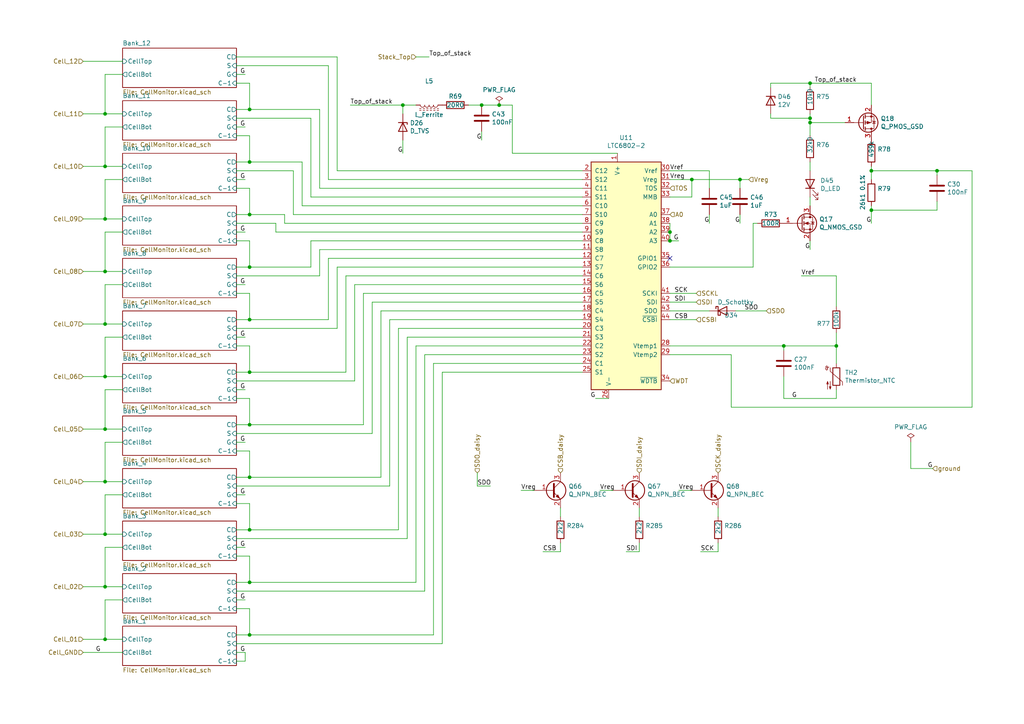
<source format=kicad_sch>
(kicad_sch (version 20211123) (generator eeschema)
  (paper "A4")
  (lib_symbols
    (symbol "Device:C" (pin_numbers hide) (pin_names (offset 0.254))
      (property "Reference" "C" (at 0.635 2.54 0))
      (property "Value" "C" (at 0.635 -2.54 0))
      (symbol "C_0_1"
        (polyline (pts (xy -2.032 -0.762) (xy 2.032 -0.762)) (stroke (width 0.508)))
        (polyline (pts (xy -2.032 0.762) (xy 2.032 0.762)) (stroke (width 0.508)))
      )
      (symbol "C_1_1"
        (pin passive line (at 0 3.81 270) (length 2.794) (name "~") (number "1"))
        (pin passive line (at 0 -3.81 90) (length 2.794) (name "~") (number "2"))
      )
    )
    (symbol "Device:D_Schottky" (pin_numbers hide) (pin_names (offset 1.016) hide)
      (property "Reference" "D" (at 0 2.54 0))
      (property "Value" "D_Schottky" (at 0 -2.54 0))
      (symbol "D_Schottky_0_1"
        (polyline (pts (xy 1.27 0) (xy -1.27 0)))
        (polyline (pts (xy 1.27 1.27) (xy 1.27 -1.27) (xy -1.27 0) (xy 1.27 1.27)) (stroke (width 0.254)))
        (polyline (pts (xy -1.905 0.635) (xy -1.905 1.27) (xy -1.27 1.27) (xy -1.27 -1.27) (xy -0.635 -1.27) (xy -0.635 -0.635)) (stroke (width 0.254)))
      )
      (symbol "D_Schottky_1_1"
        (pin passive line (at -3.81 0 0) (length 2.54) (name "K") (number "1"))
        (pin passive line (at 3.81 0 180) (length 2.54) (name "A") (number "2"))
      )
    )
    (symbol "Device:D_Zener" (pin_numbers hide) (pin_names (offset 1.016) hide)
      (property "Reference" "D" (at 0 2.54 0))
      (property "Value" "D_Zener" (at 0 -2.54 0))
      (symbol "D_Zener_0_1"
        (polyline (pts (xy 1.27 0) (xy -1.27 0)))
        (polyline (pts (xy -1.27 -1.27) (xy -1.27 1.27) (xy -0.762 1.27)) (stroke (width 0.254)))
        (polyline (pts (xy 1.27 -1.27) (xy 1.27 1.27) (xy -1.27 0) (xy 1.27 -1.27)) (stroke (width 0.254)))
      )
      (symbol "D_Zener_1_1"
        (pin passive line (at -3.81 0 0) (length 2.54) (name "K") (number "1"))
        (pin passive line (at 3.81 0 180) (length 2.54) (name "A") (number "2"))
      )
    )
    (symbol "Device:LED" (pin_numbers hide) (pin_names (offset 1.016) hide)
      (property "Reference" "D" (at 0 2.54 0))
      (property "Value" "LED" (at 0 -2.54 0))
      (symbol "LED_0_1"
        (polyline (pts (xy -1.27 -1.27) (xy -1.27 1.27)) (stroke (width 0.254)))
        (polyline (pts (xy -1.27 0) (xy 1.27 0)))
        (polyline (pts (xy 1.27 -1.27) (xy 1.27 1.27) (xy -1.27 0) (xy 1.27 -1.27)) (stroke (width 0.254)))
        (polyline (pts (xy -3.048 -0.762) (xy -4.572 -2.286) (xy -3.81 -2.286) (xy -4.572 -2.286) (xy -4.572 -1.524)))
        (polyline (pts (xy -1.778 -0.762) (xy -3.302 -2.286) (xy -2.54 -2.286) (xy -3.302 -2.286) (xy -3.302 -1.524)))
      )
      (symbol "LED_1_1"
        (pin passive line (at -3.81 0 0) (length 2.54) (name "K") (number "1"))
        (pin passive line (at 3.81 0 180) (length 2.54) (name "A") (number "2"))
      )
    )
    (symbol "Device:L_Ferrite" (pin_numbers hide) (pin_names (offset 1.016) hide)
      (property "Reference" "L" (at -1.27 0 90))
      (property "Value" "L_Ferrite" (at 2.794 0 90))
      (symbol "L_Ferrite_0_1"
        (arc (start 0 -2.54) (mid 0.635 -1.905) (end 0 -1.27))
        (arc (start 0 -1.27) (mid 0.635 -0.635) (end 0 0))
        (polyline (pts (xy 1.016 -2.794) (xy 1.016 -2.286)))
        (polyline (pts (xy 1.016 -1.778) (xy 1.016 -1.27)))
        (polyline (pts (xy 1.016 -0.762) (xy 1.016 -0.254)))
        (polyline (pts (xy 1.016 0.254) (xy 1.016 0.762)))
        (polyline (pts (xy 1.016 1.27) (xy 1.016 1.778)))
        (polyline (pts (xy 1.016 2.286) (xy 1.016 2.794)))
        (polyline (pts (xy 1.524 -2.286) (xy 1.524 -2.794)))
        (polyline (pts (xy 1.524 -1.27) (xy 1.524 -1.778)))
        (polyline (pts (xy 1.524 -0.254) (xy 1.524 -0.762)))
        (polyline (pts (xy 1.524 0.762) (xy 1.524 0.254)))
        (polyline (pts (xy 1.524 1.778) (xy 1.524 1.27)))
        (polyline (pts (xy 1.524 2.794) (xy 1.524 2.286)))
        (arc (start 0 0) (mid 0.635 0.635) (end 0 1.27))
        (arc (start 0 1.27) (mid 0.635 1.905) (end 0 2.54))
      )
      (symbol "L_Ferrite_1_1"
        (pin passive line (at 0 3.81 270) (length 1.27) (name "1") (number "1"))
        (pin passive line (at 0 -3.81 90) (length 1.27) (name "2") (number "2"))
      )
    )
    (symbol "Device:Q_NMOS_GSD" (pin_names (offset 0) hide)
      (property "Reference" "Q" (at 5.08 1.27 0))
      (property "Value" "Q_NMOS_GSD" (at 5.08 -1.27 0))
      (symbol "Q_NMOS_GSD_0_1"
        (polyline (pts (xy 0.254 0) (xy -2.54 0)))
        (polyline (pts (xy 0.254 1.905) (xy 0.254 -1.905)) (stroke (width 0.254)))
        (polyline (pts (xy 0.762 -1.27) (xy 0.762 -2.286)) (stroke (width 0.254)))
        (polyline (pts (xy 0.762 0.508) (xy 0.762 -0.508)) (stroke (width 0.254)))
        (polyline (pts (xy 0.762 2.286) (xy 0.762 1.27)) (stroke (width 0.254)))
        (polyline (pts (xy 2.54 2.54) (xy 2.54 1.778)))
        (polyline (pts (xy 2.54 -2.54) (xy 2.54 0) (xy 0.762 0)))
        (polyline (pts (xy 0.762 -1.778) (xy 3.302 -1.778) (xy 3.302 1.778) (xy 0.762 1.778)))
        (polyline (pts (xy 1.016 0) (xy 2.032 0.381) (xy 2.032 -0.381) (xy 1.016 0)) (fill (type outline)))
        (polyline (pts (xy 2.794 0.508) (xy 2.921 0.381) (xy 3.683 0.381) (xy 3.81 0.254)))
        (polyline (pts (xy 3.302 0.381) (xy 2.921 -0.254) (xy 3.683 -0.254) (xy 3.302 0.381)))
        (circle (center 1.651 0) (radius 2.794) (stroke (width 0.254)))
        (circle (center 2.54 -1.778) (radius 0.254) (fill (type outline)))
        (circle (center 2.54 1.778) (radius 0.254) (fill (type outline)))
      )
      (symbol "Q_NMOS_GSD_1_1"
        (pin input line (at -5.08 0 0) (length 2.54) (name "G") (number "1"))
        (pin passive line (at 2.54 -5.08 90) (length 2.54) (name "S") (number "2"))
        (pin passive line (at 2.54 5.08 270) (length 2.54) (name "D") (number "3"))
      )
    )
    (symbol "Device:Q_NPN_BEC" (pin_names (offset 0) hide)
      (property "Reference" "Q" (at 5.08 1.27 0))
      (property "Value" "Q_NPN_BEC" (at 5.08 -1.27 0))
      (symbol "Q_NPN_BEC_0_1"
        (polyline (pts (xy 0.635 0.635) (xy 2.54 2.54)))
        (polyline (pts (xy 0.635 -0.635) (xy 2.54 -2.54) (xy 2.54 -2.54)))
        (polyline (pts (xy 0.635 1.905) (xy 0.635 -1.905) (xy 0.635 -1.905)) (stroke (width 0.508)))
        (polyline (pts (xy 1.27 -1.778) (xy 1.778 -1.27) (xy 2.286 -2.286) (xy 1.27 -1.778) (xy 1.27 -1.778)) (fill (type outline)))
        (circle (center 1.27 0) (radius 2.8194) (stroke (width 0.254)))
      )
      (symbol "Q_NPN_BEC_1_1"
        (pin input line (at -5.08 0 0) (length 5.715) (name "B") (number "1"))
        (pin passive line (at 2.54 -5.08 90) (length 2.54) (name "E") (number "2"))
        (pin passive line (at 2.54 5.08 270) (length 2.54) (name "C") (number "3"))
      )
    )
    (symbol "Device:Q_PMOS_GSD" (pin_names (offset 0) hide)
      (property "Reference" "Q" (at 5.08 1.27 0))
      (property "Value" "Q_PMOS_GSD" (at 5.08 -1.27 0))
      (symbol "Q_PMOS_GSD_0_1"
        (polyline (pts (xy 0.254 0) (xy -2.54 0)))
        (polyline (pts (xy 0.254 1.905) (xy 0.254 -1.905)) (stroke (width 0.254)))
        (polyline (pts (xy 0.762 -1.27) (xy 0.762 -2.286)) (stroke (width 0.254)))
        (polyline (pts (xy 0.762 0.508) (xy 0.762 -0.508)) (stroke (width 0.254)))
        (polyline (pts (xy 0.762 2.286) (xy 0.762 1.27)) (stroke (width 0.254)))
        (polyline (pts (xy 2.54 2.54) (xy 2.54 1.778)))
        (polyline (pts (xy 2.54 -2.54) (xy 2.54 0) (xy 0.762 0)))
        (polyline (pts (xy 0.762 1.778) (xy 3.302 1.778) (xy 3.302 -1.778) (xy 0.762 -1.778)))
        (polyline (pts (xy 2.286 0) (xy 1.27 0.381) (xy 1.27 -0.381) (xy 2.286 0)) (fill (type outline)))
        (polyline (pts (xy 2.794 -0.508) (xy 2.921 -0.381) (xy 3.683 -0.381) (xy 3.81 -0.254)))
        (polyline (pts (xy 3.302 -0.381) (xy 2.921 0.254) (xy 3.683 0.254) (xy 3.302 -0.381)))
        (circle (center 1.651 0) (radius 2.794) (stroke (width 0.254)))
        (circle (center 2.54 -1.778) (radius 0.254) (fill (type outline)))
        (circle (center 2.54 1.778) (radius 0.254) (fill (type outline)))
      )
      (symbol "Q_PMOS_GSD_1_1"
        (pin input line (at -5.08 0 0) (length 2.54) (name "G") (number "1"))
        (pin passive line (at 2.54 -5.08 90) (length 2.54) (name "S") (number "2"))
        (pin passive line (at 2.54 5.08 270) (length 2.54) (name "D") (number "3"))
      )
    )
    (symbol "Device:R" (pin_numbers hide) (pin_names (offset 0))
      (property "Reference" "R" (at 2.032 0 90))
      (property "Value" "R" (at 0 0 90))
      (symbol "R_0_1"
        (rectangle (start -1.016 -2.54) (end 1.016 2.54) (stroke (width 0.254)))
      )
      (symbol "R_1_1"
        (pin passive line (at 0 3.81 270) (length 1.27) (name "~") (number "1"))
        (pin passive line (at 0 -3.81 90) (length 1.27) (name "~") (number "2"))
      )
    )
    (symbol "Device:Thermistor_NTC" (pin_numbers hide) (pin_names (offset 0))
      (property "Reference" "TH" (at -4.445 0 90))
      (property "Value" "Thermistor_NTC" (at 3.175 0 90))
      (symbol "Thermistor_NTC_0_1"
        (arc (start -3.048 2.159) (mid -3.0495 2.3143) (end -3.175 2.413))
        (arc (start -3.048 2.159) (mid -2.9736 1.9794) (end -2.794 1.905))
        (arc (start -3.048 2.794) (mid -2.9736 2.6144) (end -2.794 2.54))
        (arc (start -2.794 1.905) (mid -2.6144 1.9794) (end -2.54 2.159))
        (arc (start -2.794 2.54) (mid -2.4393 2.5587) (end -2.159 2.794))
        (arc (start -2.794 3.048) (mid -2.9736 2.9736) (end -3.048 2.794))
        (arc (start -2.54 2.794) (mid -2.6144 2.9736) (end -2.794 3.048))
        (rectangle (start -1.016 2.54) (end 1.016 -2.54) (stroke (width 0.254)))
        (polyline (pts (xy -2.54 2.159) (xy -2.54 2.794)))
        (polyline (pts (xy -1.778 2.54) (xy -1.778 1.524) (xy 1.778 -1.524) (xy 1.778 -2.54)))
        (polyline (pts (xy -2.54 -3.683) (xy -2.54 -1.397) (xy -2.794 -2.159) (xy -2.286 -2.159) (xy -2.54 -1.397) (xy -2.54 -1.651)) (fill (type outline)))
        (polyline (pts (xy -1.778 -1.397) (xy -1.778 -3.683) (xy -2.032 -2.921) (xy -1.524 -2.921) (xy -1.778 -3.683) (xy -1.778 -3.429)) (fill (type outline)))
      )
      (symbol "Thermistor_NTC_1_1"
        (pin passive line (at 0 3.81 270) (length 1.27) (name "~") (number "1"))
        (pin passive line (at 0 -3.81 90) (length 1.27) (name "~") (number "2"))
      )
    )
    (symbol "ICs:LTC6802-2" (pin_names (offset 1.016))
      (property "Reference" "U" (at -10.16 30.48 0))
      (property "Value" "LTC6802-2" (at -6.35 -38.1 0))
      (symbol "LTC6802-2_1_1"
        (rectangle (start 8.89 -36.83) (end -11.43 29.21) (stroke (width 0.254)) (fill (type background)))
        (pin input line (at 1.27 31.75 270) (length 2.54) (name "V+") (number "1"))
        (pin input line (at 11.43 6.35 180) (length 2.54) (name "C8") (number "10"))
        (pin input line (at 11.43 3.81 180) (length 2.54) (name "S8") (number "11"))
        (pin input line (at 11.43 1.27 180) (length 2.54) (name "C7") (number "12"))
        (pin input line (at 11.43 -1.27 180) (length 2.54) (name "S7") (number "13"))
        (pin input line (at 11.43 -3.81 180) (length 2.54) (name "C6") (number "14"))
        (pin input line (at 11.43 -6.35 180) (length 2.54) (name "S6") (number "15"))
        (pin input line (at 11.43 -8.89 180) (length 2.54) (name "C5") (number "16"))
        (pin input line (at 11.43 -11.43 180) (length 2.54) (name "S5") (number "17"))
        (pin input line (at 11.43 -13.97 180) (length 2.54) (name "C4") (number "18"))
        (pin input line (at 11.43 -16.51 180) (length 2.54) (name "S4") (number "19"))
        (pin input line (at 11.43 26.67 180) (length 2.54) (name "C12") (number "2"))
        (pin input line (at 11.43 -19.05 180) (length 2.54) (name "C3") (number "20"))
        (pin input line (at 11.43 -21.59 180) (length 2.54) (name "S3") (number "21"))
        (pin input line (at 11.43 -24.13 180) (length 2.54) (name "C2") (number "22"))
        (pin input line (at 11.43 -26.67 180) (length 2.54) (name "S2") (number "23"))
        (pin input line (at 11.43 -29.21 180) (length 2.54) (name "C1") (number "24"))
        (pin input line (at 11.43 -31.75 180) (length 2.54) (name "S1") (number "25"))
        (pin input line (at 3.81 -39.37 90) (length 2.54) (name "V-") (number "26"))
        (pin no_connect line (at -1.27 31.75 270) (length 2.54) hide (name "NC") (number "27"))
        (pin input line (at -13.97 -24.13 0) (length 2.54) (name "Vtemp1") (number "28"))
        (pin input line (at -13.97 -26.67 0) (length 2.54) (name "Vtemp2") (number "29"))
        (pin input line (at 11.43 24.13 180) (length 2.54) (name "S12") (number "3"))
        (pin input line (at -13.97 26.67 0) (length 2.54) (name "Vref") (number "30"))
        (pin input line (at -13.97 24.13 0) (length 2.54) (name "Vreg") (number "31"))
        (pin input line (at -13.97 21.59 0) (length 2.54) (name "TOS") (number "32"))
        (pin input line (at -13.97 19.05 0) (length 2.54) (name "MMB") (number "33"))
        (pin open_collector line (at -13.97 -34.29 0) (length 2.54) (name "~{WDTB}") (number "34"))
        (pin input line (at -13.97 1.27 0) (length 2.54) (name "GPIO1") (number "35"))
        (pin input line (at -13.97 -1.27 0) (length 2.54) (name "GPIO2") (number "36"))
        (pin input line (at -13.97 13.97 0) (length 2.54) (name "A0") (number "37"))
        (pin input line (at -13.97 11.43 0) (length 2.54) (name "A1") (number "38"))
        (pin input line (at -13.97 8.89 0) (length 2.54) (name "A2") (number "39"))
        (pin input line (at 11.43 21.59 180) (length 2.54) (name "C11") (number "4"))
        (pin input line (at -13.97 6.35 0) (length 2.54) (name "A3") (number "40"))
        (pin input line (at -13.97 -8.89 0) (length 2.54) (name "SCKI") (number "41"))
        (pin input line (at -13.97 -11.43 0) (length 2.54) (name "SDI") (number "42"))
        (pin open_collector line (at -13.97 -13.97 0) (length 2.54) (name "SDO") (number "43"))
        (pin input line (at -13.97 -16.51 0) (length 2.54) (name "~{CSBI}") (number "44"))
        (pin input line (at 11.43 19.05 180) (length 2.54) (name "S11") (number "5"))
        (pin input line (at 11.43 16.51 180) (length 2.54) (name "C10") (number "6"))
        (pin input line (at 11.43 13.97 180) (length 2.54) (name "S10") (number "7"))
        (pin input line (at 11.43 11.43 180) (length 2.54) (name "C9") (number "8"))
        (pin input line (at 11.43 8.89 180) (length 2.54) (name "S9") (number "9"))
      )
    )
    (symbol "power:PWR_FLAG" (power) (pin_numbers hide) (pin_names (offset 0) hide)
      (property "Value" "PWR_FLAG" (at 0 3.81 0))
      (symbol "PWR_FLAG_0_0"
        (pin power_out line (at 0 0 90) (length 0) (name "pwr") (number "1"))
      )
      (symbol "PWR_FLAG_0_1"
        (polyline (pts (xy 0 0) (xy 0 1.27) (xy -1.016 1.905) (xy 0 2.54) (xy 1.016 1.905) (xy 0 1.27)))
      )
    )
  )
  (junction (at 30.48 78.74))
  (junction (at 194.31 67.31))
  (junction (at 72.39 31.75))
  (junction (at 242.57 100.33))
  (junction (at 234.95 24.13))
  (junction (at 139.7 30.48))
  (junction (at 72.39 92.71))
  (junction (at 30.48 154.94))
  (junction (at 30.48 93.98))
  (junction (at 72.39 153.67))
  (junction (at 30.48 124.46))
  (junction (at 30.48 185.42))
  (junction (at 30.48 109.22))
  (junction (at 227.33 100.33))
  (junction (at 72.39 107.95))
  (junction (at 214.63 52.07))
  (junction (at 234.95 34.29))
  (junction (at 200.66 52.07))
  (junction (at 144.78 30.48))
  (junction (at 72.39 184.15))
  (junction (at 30.48 170.18))
  (junction (at 72.39 62.23))
  (junction (at 72.39 46.99))
  (junction (at 30.48 33.02))
  (junction (at 72.39 138.43))
  (junction (at 30.48 139.7))
  (junction (at 234.95 35.56))
  (junction (at 252.73 60.96))
  (junction (at 72.39 168.91))
  (junction (at 194.31 69.85))
  (junction (at 271.78 49.53))
  (junction (at 252.73 49.53))
  (junction (at 30.48 48.26))
  (junction (at 116.84 30.48))
  (junction (at 72.39 77.47))
  (junction (at 30.48 63.5))
  (junction (at 72.39 123.19))
  (no_connect (at 194.31 74.93))
  (wire (pts (xy 115.57 95.25) (xy 168.91 95.25)))
  (wire (pts (xy 227.33 100.33) (xy 242.57 100.33)))
  (wire (pts (xy 71.12 158.75) (xy 68.58 158.75)))
  (wire (pts (xy 71.12 113.03) (xy 68.58 113.03)))
  (wire (pts (xy 168.91 85.09) (xy 105.41 85.09)))
  (wire (pts (xy 72.39 62.23) (xy 68.58 62.23)))
  (wire (pts (xy 24.13 109.22) (xy 30.48 109.22)))
  (wire (pts (xy 85.09 49.53) (xy 85.09 62.23)))
  (wire (pts (xy 71.12 143.51) (xy 68.58 143.51)))
  (wire (pts (xy 200.66 57.15) (xy 200.66 52.07)))
  (wire (pts (xy 176.53 115.57) (xy 172.72 115.57)))
  (wire (pts (xy 24.13 33.02) (xy 30.48 33.02)))
  (wire (pts (xy 201.93 92.71) (xy 194.31 92.71)))
  (wire (pts (xy 71.12 36.83) (xy 68.58 36.83)))
  (wire (pts (xy 200.66 52.07) (xy 214.63 52.07)))
  (wire (pts (xy 179.07 44.45) (xy 148.59 44.45)))
  (wire (pts (xy 194.31 67.31) (xy 194.31 69.85)))
  (wire (pts (xy 30.48 78.74) (xy 30.48 67.31)))
  (wire (pts (xy 72.39 153.67) (xy 115.57 153.67)))
  (wire (pts (xy 213.36 90.17) (xy 222.25 90.17)))
  (wire (pts (xy 177.8 142.24) (xy 173.99 142.24)))
  (wire (pts (xy 123.19 171.45) (xy 68.58 171.45)))
  (wire (pts (xy 30.48 21.59) (xy 35.56 21.59)))
  (wire (pts (xy 68.58 115.57) (xy 72.39 115.57)))
  (wire (pts (xy 97.79 16.51) (xy 68.58 16.51)))
  (wire (pts (xy 95.25 92.71) (xy 72.39 92.71)))
  (wire (pts (xy 107.95 87.63) (xy 168.91 87.63)))
  (wire (pts (xy 80.01 67.31) (xy 168.91 67.31)))
  (wire (pts (xy 92.71 80.01) (xy 92.71 72.39)))
  (wire (pts (xy 271.78 49.53) (xy 271.78 50.8)))
  (wire (pts (xy 194.31 77.47) (xy 218.44 77.47)))
  (wire (pts (xy 168.91 97.79) (xy 118.11 97.79)))
  (wire (pts (xy 105.41 85.09) (xy 105.41 123.19)))
  (wire (pts (xy 234.95 57.15) (xy 234.95 59.69)))
  (wire (pts (xy 194.31 100.33) (xy 227.33 100.33)))
  (wire (pts (xy 30.48 143.51) (xy 30.48 154.94)))
  (wire (pts (xy 30.48 128.27) (xy 35.56 128.27)))
  (wire (pts (xy 87.63 59.69) (xy 87.63 46.99)))
  (wire (pts (xy 201.93 85.09) (xy 194.31 85.09)))
  (wire (pts (xy 72.39 130.81) (xy 72.39 138.43)))
  (wire (pts (xy 118.11 156.21) (xy 68.58 156.21)))
  (wire (pts (xy 227.33 100.33) (xy 227.33 101.6)))
  (wire (pts (xy 24.13 170.18) (xy 30.48 170.18)))
  (wire (pts (xy 168.91 52.07) (xy 95.25 52.07)))
  (wire (pts (xy 101.6 30.48) (xy 116.84 30.48)))
  (wire (pts (xy 68.58 69.85) (xy 72.39 69.85)))
  (wire (pts (xy 102.87 82.55) (xy 168.91 82.55)))
  (wire (pts (xy 68.58 110.49) (xy 102.87 110.49)))
  (wire (pts (xy 24.13 17.78) (xy 35.56 17.78)))
  (wire (pts (xy 214.63 54.61) (xy 214.63 52.07)))
  (wire (pts (xy 168.91 105.41) (xy 125.73 105.41)))
  (wire (pts (xy 24.13 139.7) (xy 30.48 139.7)))
  (wire (pts (xy 68.58 176.53) (xy 72.39 176.53)))
  (wire (pts (xy 223.52 34.29) (xy 234.95 34.29)))
  (wire (pts (xy 205.74 62.23) (xy 205.74 64.77)))
  (wire (pts (xy 97.79 49.53) (xy 97.79 16.51)))
  (wire (pts (xy 24.13 185.42) (xy 30.48 185.42)))
  (wire (pts (xy 95.25 74.93) (xy 95.25 92.71)))
  (wire (pts (xy 92.71 54.61) (xy 92.71 31.75)))
  (wire (pts (xy 205.74 90.17) (xy 194.31 90.17)))
  (wire (pts (xy 30.48 93.98) (xy 35.56 93.98)))
  (wire (pts (xy 168.91 54.61) (xy 92.71 54.61)))
  (wire (pts (xy 68.58 186.69) (xy 128.27 186.69)))
  (wire (pts (xy 162.56 149.86) (xy 162.56 147.32)))
  (wire (pts (xy 242.57 88.9) (xy 242.57 80.01)))
  (wire (pts (xy 68.58 168.91) (xy 72.39 168.91)))
  (wire (pts (xy 30.48 124.46) (xy 35.56 124.46)))
  (wire (pts (xy 85.09 62.23) (xy 168.91 62.23)))
  (wire (pts (xy 168.91 59.69) (xy 87.63 59.69)))
  (wire (pts (xy 124.46 16.51) (xy 120.65 16.51)))
  (wire (pts (xy 252.73 49.53) (xy 271.78 49.53)))
  (wire (pts (xy 68.58 153.67) (xy 72.39 153.67)))
  (wire (pts (xy 234.95 34.29) (xy 234.95 35.56)))
  (wire (pts (xy 71.12 52.07) (xy 68.58 52.07)))
  (wire (pts (xy 68.58 130.81) (xy 72.39 130.81)))
  (wire (pts (xy 118.11 97.79) (xy 118.11 156.21)))
  (wire (pts (xy 68.58 24.13) (xy 72.39 24.13)))
  (wire (pts (xy 30.48 185.42) (xy 35.56 185.42)))
  (wire (pts (xy 205.74 54.61) (xy 205.74 49.53)))
  (wire (pts (xy 24.13 48.26) (xy 30.48 48.26)))
  (wire (pts (xy 30.48 109.22) (xy 35.56 109.22)))
  (wire (pts (xy 201.93 87.63) (xy 194.31 87.63)))
  (wire (pts (xy 30.48 154.94) (xy 35.56 154.94)))
  (wire (pts (xy 271.78 58.42) (xy 271.78 60.96)))
  (wire (pts (xy 30.48 33.02) (xy 35.56 33.02)))
  (wire (pts (xy 227.33 109.22) (xy 227.33 115.57)))
  (wire (pts (xy 90.17 57.15) (xy 90.17 34.29)))
  (wire (pts (xy 168.91 64.77) (xy 82.55 64.77)))
  (wire (pts (xy 92.71 72.39) (xy 168.91 72.39)))
  (wire (pts (xy 214.63 62.23) (xy 214.63 64.77)))
  (wire (pts (xy 30.48 63.5) (xy 30.48 52.07)))
  (wire (pts (xy 242.57 105.41) (xy 242.57 100.33)))
  (wire (pts (xy 72.39 77.47) (xy 68.58 77.47)))
  (wire (pts (xy 212.09 118.11) (xy 212.09 102.87)))
  (wire (pts (xy 135.89 30.48) (xy 139.7 30.48)))
  (wire (pts (xy 72.39 123.19) (xy 68.58 123.19)))
  (wire (pts (xy 223.52 33.02) (xy 223.52 34.29)))
  (wire (pts (xy 30.48 67.31) (xy 35.56 67.31)))
  (wire (pts (xy 194.31 64.77) (xy 194.31 67.31)))
  (wire (pts (xy 264.16 128.27) (xy 264.16 135.89)))
  (wire (pts (xy 71.12 21.59) (xy 68.58 21.59)))
  (wire (pts (xy 168.91 69.85) (xy 90.17 69.85)))
  (wire (pts (xy 68.58 49.53) (xy 85.09 49.53)))
  (wire (pts (xy 128.27 186.69) (xy 128.27 107.95)))
  (wire (pts (xy 30.48 158.75) (xy 30.48 170.18)))
  (wire (pts (xy 200.66 142.24) (xy 196.85 142.24)))
  (wire (pts (xy 72.39 46.99) (xy 68.58 46.99)))
  (wire (pts (xy 107.95 125.73) (xy 107.95 87.63)))
  (wire (pts (xy 72.39 54.61) (xy 72.39 62.23)))
  (wire (pts (xy 72.39 100.33) (xy 72.39 107.95)))
  (wire (pts (xy 72.39 115.57) (xy 72.39 123.19)))
  (wire (pts (xy 24.13 124.46) (xy 30.48 124.46)))
  (wire (pts (xy 110.49 90.17) (xy 168.91 90.17)))
  (wire (pts (xy 125.73 105.41) (xy 125.73 184.15)))
  (wire (pts (xy 97.79 77.47) (xy 168.91 77.47)))
  (wire (pts (xy 234.95 69.85) (xy 234.95 72.39)))
  (wire (pts (xy 168.91 74.93) (xy 95.25 74.93)))
  (wire (pts (xy 185.42 160.02) (xy 181.61 160.02)))
  (wire (pts (xy 125.73 184.15) (xy 72.39 184.15)))
  (wire (pts (xy 68.58 100.33) (xy 72.39 100.33)))
  (wire (pts (xy 218.44 64.77) (xy 219.71 64.77)))
  (wire (pts (xy 128.27 107.95) (xy 168.91 107.95)))
  (wire (pts (xy 113.03 92.71) (xy 113.03 140.97)))
  (wire (pts (xy 68.58 54.61) (xy 72.39 54.61)))
  (wire (pts (xy 30.48 93.98) (xy 30.48 82.55)))
  (wire (pts (xy 30.48 139.7) (xy 30.48 128.27)))
  (wire (pts (xy 30.48 113.03) (xy 35.56 113.03)))
  (wire (pts (xy 68.58 146.05) (xy 72.39 146.05)))
  (wire (pts (xy 24.13 189.23) (xy 35.56 189.23)))
  (wire (pts (xy 24.13 63.5) (xy 30.48 63.5)))
  (wire (pts (xy 154.94 142.24) (xy 151.13 142.24)))
  (wire (pts (xy 138.43 137.16) (xy 138.43 140.97)))
  (wire (pts (xy 242.57 96.52) (xy 242.57 100.33)))
  (wire (pts (xy 30.48 173.99) (xy 30.48 185.42)))
  (wire (pts (xy 71.12 189.23) (xy 68.58 189.23)))
  (wire (pts (xy 100.33 80.01) (xy 100.33 107.95)))
  (wire (pts (xy 82.55 64.77) (xy 82.55 62.23)))
  (wire (pts (xy 24.13 93.98) (xy 30.48 93.98)))
  (wire (pts (xy 72.39 39.37) (xy 72.39 46.99)))
  (wire (pts (xy 80.01 64.77) (xy 80.01 67.31)))
  (wire (pts (xy 200.66 52.07) (xy 194.31 52.07)))
  (wire (pts (xy 30.48 48.26) (xy 35.56 48.26)))
  (wire (pts (xy 116.84 30.48) (xy 120.65 30.48)))
  (wire (pts (xy 227.33 115.57) (xy 242.57 115.57)))
  (wire (pts (xy 205.74 49.53) (xy 194.31 49.53)))
  (wire (pts (xy 217.17 52.07) (xy 214.63 52.07)))
  (wire (pts (xy 72.39 107.95) (xy 68.58 107.95)))
  (wire (pts (xy 196.85 69.85) (xy 194.31 69.85)))
  (wire (pts (xy 252.73 52.07) (xy 252.73 49.53)))
  (wire (pts (xy 82.55 62.23) (xy 72.39 62.23)))
  (wire (pts (xy 116.84 40.64) (xy 116.84 44.45)))
  (wire (pts (xy 234.95 33.02) (xy 234.95 34.29)))
  (wire (pts (xy 218.44 77.47) (xy 218.44 64.77)))
  (wire (pts (xy 30.48 33.02) (xy 30.48 21.59)))
  (wire (pts (xy 68.58 161.29) (xy 72.39 161.29)))
  (wire (pts (xy 168.91 102.87) (xy 123.19 102.87)))
  (wire (pts (xy 168.91 80.01) (xy 100.33 80.01)))
  (wire (pts (xy 245.11 35.56) (xy 234.95 35.56)))
  (wire (pts (xy 281.94 49.53) (xy 281.94 118.11)))
  (wire (pts (xy 30.48 52.07) (xy 35.56 52.07)))
  (wire (pts (xy 72.39 184.15) (xy 68.58 184.15)))
  (wire (pts (xy 223.52 24.13) (xy 223.52 25.4)))
  (wire (pts (xy 30.48 124.46) (xy 30.48 113.03)))
  (wire (pts (xy 68.58 80.01) (xy 92.71 80.01)))
  (wire (pts (xy 35.56 173.99) (xy 30.48 173.99)))
  (wire (pts (xy 212.09 102.87) (xy 194.31 102.87)))
  (wire (pts (xy 72.39 69.85) (xy 72.39 77.47)))
  (wire (pts (xy 72.39 176.53) (xy 72.39 184.15)))
  (wire (pts (xy 72.39 31.75) (xy 68.58 31.75)))
  (wire (pts (xy 168.91 57.15) (xy 90.17 57.15)))
  (wire (pts (xy 234.95 24.13) (xy 223.52 24.13)))
  (wire (pts (xy 97.79 95.25) (xy 97.79 77.47)))
  (wire (pts (xy 208.28 160.02) (xy 203.2 160.02)))
  (wire (pts (xy 90.17 69.85) (xy 90.17 77.47)))
  (wire (pts (xy 281.94 118.11) (xy 212.09 118.11)))
  (wire (pts (xy 242.57 115.57) (xy 242.57 113.03)))
  (wire (pts (xy 72.39 146.05) (xy 72.39 153.67)))
  (wire (pts (xy 252.73 24.13) (xy 234.95 24.13)))
  (wire (pts (xy 271.78 49.53) (xy 281.94 49.53)))
  (wire (pts (xy 72.39 161.29) (xy 72.39 168.91)))
  (wire (pts (xy 68.58 39.37) (xy 72.39 39.37)))
  (wire (pts (xy 68.58 85.09) (xy 72.39 85.09)))
  (wire (pts (xy 30.48 170.18) (xy 35.56 170.18)))
  (wire (pts (xy 252.73 49.53) (xy 252.73 48.26)))
  (wire (pts (xy 71.12 191.77) (xy 71.12 189.23)))
  (wire (pts (xy 162.56 157.48) (xy 162.56 160.02)))
  (wire (pts (xy 72.39 138.43) (xy 110.49 138.43)))
  (wire (pts (xy 148.59 44.45) (xy 148.59 30.48)))
  (wire (pts (xy 208.28 147.32) (xy 208.28 149.86)))
  (wire (pts (xy 194.31 57.15) (xy 200.66 57.15)))
  (wire (pts (xy 71.12 128.27) (xy 68.58 128.27)))
  (wire (pts (xy 110.49 138.43) (xy 110.49 90.17)))
  (wire (pts (xy 30.48 82.55) (xy 35.56 82.55)))
  (wire (pts (xy 95.25 19.05) (xy 68.58 19.05)))
  (wire (pts (xy 102.87 110.49) (xy 102.87 82.55)))
  (wire (pts (xy 90.17 77.47) (xy 72.39 77.47)))
  (wire (pts (xy 185.42 147.32) (xy 185.42 149.86)))
  (wire (pts (xy 90.17 34.29) (xy 68.58 34.29)))
  (wire (pts (xy 100.33 107.95) (xy 72.39 107.95)))
  (wire (pts (xy 95.25 52.07) (xy 95.25 19.05)))
  (wire (pts (xy 72.39 92.71) (xy 68.58 92.71)))
  (wire (pts (xy 234.95 24.13) (xy 234.95 25.4)))
  (wire (pts (xy 142.24 140.97) (xy 138.43 140.97)))
  (wire (pts (xy 185.42 157.48) (xy 185.42 160.02)))
  (wire (pts (xy 71.12 82.55) (xy 68.58 82.55)))
  (wire (pts (xy 242.57 80.01) (xy 232.41 80.01)))
  (wire (pts (xy 144.78 30.48) (xy 148.59 30.48)))
  (wire (pts (xy 234.95 35.56) (xy 234.95 39.37)))
  (wire (pts (xy 35.56 158.75) (xy 30.48 158.75)))
  (wire (pts (xy 71.12 67.31) (xy 68.58 67.31)))
  (wire (pts (xy 234.95 46.99) (xy 234.95 49.53)))
  (wire (pts (xy 30.48 63.5) (xy 35.56 63.5)))
  (wire (pts (xy 139.7 38.1) (xy 139.7 40.64)))
  (wire (pts (xy 252.73 60.96) (xy 252.73 64.77)))
  (wire (pts (xy 24.13 154.94) (xy 30.48 154.94)))
  (wire (pts (xy 30.48 78.74) (xy 35.56 78.74)))
  (wire (pts (xy 30.48 48.26) (xy 30.48 36.83)))
  (wire (pts (xy 92.71 31.75) (xy 72.39 31.75)))
  (wire (pts (xy 30.48 97.79) (xy 35.56 97.79)))
  (wire (pts (xy 35.56 143.51) (xy 30.48 143.51)))
  (wire (pts (xy 72.39 168.91) (xy 120.65 168.91)))
  (wire (pts (xy 264.16 135.89) (xy 270.51 135.89)))
  (wire (pts (xy 120.65 100.33) (xy 168.91 100.33)))
  (wire (pts (xy 168.91 92.71) (xy 113.03 92.71)))
  (wire (pts (xy 68.58 191.77) (xy 71.12 191.77)))
  (wire (pts (xy 113.03 140.97) (xy 68.58 140.97)))
  (wire (pts (xy 71.12 173.99) (xy 68.58 173.99)))
  (wire (pts (xy 105.41 123.19) (xy 72.39 123.19)))
  (wire (pts (xy 168.91 49.53) (xy 97.79 49.53)))
  (wire (pts (xy 72.39 85.09) (xy 72.39 92.71)))
  (wire (pts (xy 68.58 95.25) (xy 97.79 95.25)))
  (wire (pts (xy 30.48 139.7) (xy 35.56 139.7)))
  (wire (pts (xy 72.39 24.13) (xy 72.39 31.75)))
  (wire (pts (xy 162.56 160.02) (xy 157.48 160.02)))
  (wire (pts (xy 30.48 36.83) (xy 35.56 36.83)))
  (wire (pts (xy 208.28 157.48) (xy 208.28 160.02)))
  (wire (pts (xy 68.58 64.77) (xy 80.01 64.77)))
  (wire (pts (xy 87.63 46.99) (xy 72.39 46.99)))
  (wire (pts (xy 115.57 153.67) (xy 115.57 95.25)))
  (wire (pts (xy 68.58 138.43) (xy 72.39 138.43)))
  (wire (pts (xy 116.84 33.02) (xy 116.84 30.48)))
  (wire (pts (xy 30.48 109.22) (xy 30.48 97.79)))
  (wire (pts (xy 139.7 30.48) (xy 144.78 30.48)))
  (wire (pts (xy 252.73 59.69) (xy 252.73 60.96)))
  (wire (pts (xy 71.12 97.79) (xy 68.58 97.79)))
  (wire (pts (xy 24.13 78.74) (xy 30.48 78.74)))
  (wire (pts (xy 68.58 125.73) (xy 107.95 125.73)))
  (wire (pts (xy 123.19 102.87) (xy 123.19 171.45)))
  (wire (pts (xy 120.65 168.91) (xy 120.65 100.33)))
  (wire (pts (xy 252.73 30.48) (xy 252.73 24.13)))
  (wire (pts (xy 252.73 60.96) (xy 271.78 60.96)))
  (label "G" (at 234.95 72.39 180))
  (label "SDI" (at 181.61 160.02 0))
  (label "G" (at 71.12 143.51 180))
  (label "G" (at 71.12 128.27 180))
  (label "Vreg" (at 196.85 142.24 0))
  (label "SDO" (at 138.43 140.97 0))
  (label "G" (at 214.63 64.77 180))
  (label "CSB" (at 157.48 160.02 0))
  (label "Vref" (at 194.31 49.53 0))
  (label "G" (at 116.84 44.45 180))
  (label "G" (at 71.12 189.23 180))
  (label "Top_of_stack" (at 101.6 30.48 0))
  (label "Vreg" (at 173.99 142.24 0))
  (label "Vref" (at 232.41 80.01 0))
  (label "Top_of_stack" (at 124.46 16.51 0))
  (label "CSB" (at 195.58 92.71 0))
  (label "Vreg" (at 151.13 142.24 0))
  (label "SDO" (at 215.9 90.17 0))
  (label "G" (at 71.12 173.99 180))
  (label "G" (at 172.72 115.57 180))
  (label "G" (at 270.51 135.89 180))
  (label "Top_of_stack" (at 236.22 24.13 0))
  (label "G" (at 205.74 64.77 180))
  (label "G" (at 71.12 158.75 180))
  (label "SDI" (at 195.58 87.63 0))
  (label "G" (at 71.12 52.07 180))
  (label "G" (at 139.7 40.64 180))
  (label "G" (at 71.12 21.59 180))
  (label "G" (at 231.14 115.57 180))
  (label "G" (at 29.21 189.23 180))
  (label "SCK" (at 203.2 160.02 0))
  (label "SCK" (at 195.58 85.09 0))
  (label "G" (at 71.12 67.31 180))
  (label "G" (at 71.12 82.55 180))
  (label "G" (at 252.73 64.77 180))
  (label "G" (at 196.85 69.85 180))
  (label "G" (at 71.12 113.03 180))
  (label "G" (at 71.12 97.79 180))
  (label "Vreg" (at 194.31 52.07 0))
  (label "G" (at 71.12 36.83 180))
  (hierarchical_label "SDI_daisy" (shape input) (at 185.42 137.16 90))
  (hierarchical_label "SCK_daisy" (shape input) (at 208.28 137.16 90))
  (hierarchical_label "Stack_Top" (shape input) (at 120.65 16.51 180))
  (hierarchical_label "Cell_08" (shape input) (at 24.13 78.74 180))
  (hierarchical_label "CSBI" (shape input) (at 201.93 92.71 0))
  (hierarchical_label "Vreg" (shape input) (at 217.17 52.07 0))
  (hierarchical_label "WDT" (shape input) (at 194.31 110.49 0))
  (hierarchical_label "Cell_06" (shape input) (at 24.13 109.22 180))
  (hierarchical_label "SDO_daisy" (shape input) (at 138.43 137.16 90))
  (hierarchical_label "Cell_12" (shape input) (at 24.13 17.78 180))
  (hierarchical_label "SDI" (shape input) (at 201.93 87.63 0))
  (hierarchical_label "Cell_01" (shape input) (at 24.13 185.42 180))
  (hierarchical_label "Cell_04" (shape input) (at 24.13 139.7 180))
  (hierarchical_label "CSB_daisy" (shape input) (at 162.56 137.16 90))
  (hierarchical_label "Cell_11" (shape input) (at 24.13 33.02 180))
  (hierarchical_label "Cell_09" (shape input) (at 24.13 63.5 180))
  (hierarchical_label "Cell_03" (shape input) (at 24.13 154.94 180))
  (hierarchical_label "Cell_07" (shape input) (at 24.13 93.98 180))
  (hierarchical_label "Cell_10" (shape input) (at 24.13 48.26 180))
  (hierarchical_label "SCKL" (shape input) (at 201.93 85.09 0))
  (hierarchical_label "Cell_GND" (shape input) (at 24.13 189.23 180))
  (hierarchical_label "ground" (shape input) (at 270.51 135.89 0))
  (hierarchical_label "A0" (shape input) (at 194.31 62.23 0))
  (hierarchical_label "Cell_05" (shape input) (at 24.13 124.46 180))
  (hierarchical_label "SDO" (shape input) (at 222.25 90.17 0))
  (hierarchical_label "Cell_02" (shape input) (at 24.13 170.18 180))
  (hierarchical_label "TOS" (shape input) (at 194.31 54.61 0))
  (symbol (lib_id "Device:R") (at 132.08 30.48 270) (unit 1)
    (property "Reference" "R69" (at 132.08 27.94 90))
    (property "Value" "20R0" (at 132.08 30.48 90))
    (property "Footprint" "Resistor_SMD:R_0603_1608Metric" (effects hide))
    (property "Datasheet" "https://www.seielect.com/catalog/sei-rmcf_rmcp.pdf" (effects hide))
    (property "MPN" "RMCF0603FT20R0" (effects hide))
    (property "Part Number" "RMCF0603FT20R0" (effects hide))
    (property "Digikey_PN" "RMCF0603FT20R0CT-ND" (effects hide))
  )
  (symbol (lib_id "Device:C") (at 139.7 34.29 180) (unit 1)
    (property "Reference" "C43" (at 142.621 33.1216 0) (effects (justify right)))
    (property "Value" "100nF" (at 142.621 35.433 0) (effects (justify right)))
    (property "Footprint" "Capacitor_SMD:C_1206_3216Metric" (effects hide))
    (property "Datasheet" "https://product.tdk.com/info/en/documents/chara_sheet/CGA5L3X7R2E104K160AA.pdf" (effects hide))
    (property "Part Number" "CGA5L3X7R2E104K160AA" (effects hide))
    (property "MPN" "CGA5L3X7R2E104K160AA" (effects hide))
    (property "Digikey_PN" "445-5851-1-ND" (effects hide))
  )
  (symbol (lib_id "Device:C") (at 205.74 58.42 0) (unit 1)
    (property "Reference" "C45" (at 208.661 57.2516 0) (effects (justify left)))
    (property "Value" "1uF" (at 208.661 59.563 0) (effects (justify left)))
    (property "Footprint" "Capacitor_SMD:C_0603_1608Metric" (effects hide))
    (property "Datasheet" "https://product.tdk.com/system/files/dam/doc/product/capacitor/ceramic/mlcc/catalog/mlcc_automotive_general_en.pdf" (effects hide))
    (property "Part Number" "CGA3E1X7R1C105K080AC" (effects hide))
    (property "Digikey_PN" "445-12539-1-ND" (effects hide))
  )
  (symbol (lib_id "Device:C") (at 214.63 58.42 0) (unit 1)
    (property "Reference" "C46" (at 217.551 57.2516 0) (effects (justify left)))
    (property "Value" "1uF" (at 217.551 59.563 0) (effects (justify left)))
    (property "Footprint" "Capacitor_SMD:C_0603_1608Metric" (effects hide))
    (property "Datasheet" "https://product.tdk.com/system/files/dam/doc/product/capacitor/ceramic/mlcc/catalog/mlcc_automotive_general_en.pdf" (effects hide))
    (property "Part Number" "CGA3E1X7R1C105K080AC" (effects hide))
    (property "Digikey_PN" "445-12539-1-ND" (effects hide))
  )
  (symbol (lib_id "Device:L_Ferrite") (at 124.46 30.48 270) (unit 1)
    (property "Reference" "L5" (at 124.46 23.5204 90))
    (property "Value" "L_Ferrite" (at 124.46 33.274 90))
    (property "Footprint" "Inductor_SMD:L_0603_1608Metric" (effects hide))
    (property "Datasheet" "https://www.we-online.com/katalog/datasheet/742792609.pdf" (effects hide))
    (property "MPN" "742792609" (effects hide))
    (property "Part Number" "742792609" (effects hide))
    (property "Digikey_PN" "732-1591-1-ND" (effects hide))
  )
  (symbol (lib_id "Device:Q_PMOS_GSD") (at 250.19 35.56 0) (mirror x) (unit 1)
    (property "Reference" "Q18" (at 255.4224 34.3916 0) (effects (justify left)))
    (property "Value" "Q_PMOS_GSD" (at 255.4224 36.703 0) (effects (justify left)))
    (property "Footprint" "Package_TO_SOT_SMD:SOT-23" (effects hide))
    (property "Datasheet" "https://ww1.microchip.com/downloads/en/DeviceDoc/TP5335-P-Channel-Enhancement-Mode-Vertical-DMOS-FET-Data-Sheet-20005704C.pdf" (effects hide))
    (property "Part Number" "TP5335K1-G" (effects hide))
    (property "MPN" "TP5335K1-G" (effects hide))
    (property "Digikey_PN" "TP5335K1-GCT-ND" (effects hide))
  )
  (symbol (lib_id "Device:R") (at 252.73 44.45 0) (unit 1)
    (property "Reference" "R78" (at 254.508 43.2816 0) (effects (justify left)))
    (property "Value" "499k" (at 252.73 45.72 90) (effects (justify left)))
    (property "Footprint" "Resistor_SMD:R_0603_1608Metric" (effects hide))
    (property "Datasheet" "https://www.seielect.com/catalog/sei-rmcf_rmcp.pdf" (effects hide))
    (property "Digikey_PN" "RMCF0603FT499KCT-ND" (effects hide))
    (property "MPN" "RMCF0603FT499K" (effects hide))
    (property "Part Number" "RMCF0603FT499K" (effects hide))
  )
  (symbol (lib_id "Device:R") (at 252.73 55.88 0) (unit 1)
    (property "Reference" "R79" (at 254.508 54.7116 0) (effects (justify left)))
    (property "Value" "26k1 0.1%" (at 250.19 60.96 90) (effects (justify left)))
    (property "Footprint" "Resistor_SMD:R_0603_1608Metric" (effects hide))
    (property "Datasheet" "https://media.digikey.com/pdf/Data%20Sheets/Tyco%20Electronics%20P%20B%20PDFs/RQ73-0618%20v2.pdf" (effects hide))
    (property "Part Number" "RQ73C1J26K1BTD" (effects hide))
    (property "Digikey_PN" "A140602CT-ND" (effects hide))
  )
  (symbol (lib_id "Device:Q_NMOS_GSD") (at 232.41 64.77 0) (unit 1)
    (property "Reference" "Q17" (at 237.617 63.6016 0) (effects (justify left)))
    (property "Value" "Q_NMOS_GSD" (at 237.617 65.913 0) (effects (justify left)))
    (property "Footprint" "Package_TO_SOT_SMD:SOT-23" (effects hide))
    (property "Datasheet" "https://ww1.microchip.com/downloads/en/DeviceDoc/TN5335-N-Channel-Enhancement-Mode-Vertical-DMOS-FET-Data-Sheet-20005955A.pdf" (effects hide))
    (property "Part Number" "TN5335K1-G" (effects hide))
    (property "MPN" "TN5335K1-G" (effects hide))
    (property "Digikey_PN" "TN5335K1-GCT-ND" (effects hide))
  )
  (symbol (lib_id "Device:R") (at 234.95 29.21 0) (unit 1)
    (property "Reference" "R75" (at 236.728 28.0416 0) (effects (justify left)))
    (property "Value" "10k0" (at 234.95 30.48 90) (effects (justify left)))
    (property "Footprint" "Resistor_SMD:R_0603_1608Metric" (effects hide))
    (property "Datasheet" "http://www.yageo.com/NewPortal/yageodocoutput?fileName=/pdf/R-Chip/PYu-AC_51_RoHS_L_6.pdf" (effects hide))
    (property "DNP" "< ... >" (effects hide))
    (property "Digikey_PN" "311-10KLDCT-ND" (effects hide))
    (property "MPN" "AC0603FR-0710KL" (effects hide))
    (property "Part Number" "AC0603FR-0710KL" (effects hide))
  )
  (symbol (lib_id "Device:R") (at 234.95 43.18 0) (unit 1)
    (property "Reference" "R76" (at 236.728 42.0116 0) (effects (justify left)))
    (property "Value" "32k0" (at 234.95 44.45 90) (effects (justify left)))
    (property "Footprint" "Resistor_SMD:R_0603_1608Metric" (effects hide))
    (property "Datasheet" "https://media.digikey.com/pdf/Data%20Sheets/KOA%20Speer/RN73R_Type_DS.pdf" (effects hide))
    (property "Digikey_PN" "2019-RN73R1JTTD3202B25CT-ND" (effects hide))
    (property "MPN" "RN73R1JTTD3202B25" (effects hide))
    (property "Part Number" "RN73R1JTTD3202B25" (effects hide))
  )
  (symbol (lib_id "Device:R") (at 223.52 64.77 270) (unit 1)
    (property "Reference" "R73" (at 223.52 62.23 90))
    (property "Value" "100R" (at 223.52 64.77 90))
    (property "Footprint" "Resistor_SMD:R_0603_1608Metric" (effects hide))
    (property "MPN" "AC0603FR-07100RL" (effects hide))
    (property "Part Number" "AC0603FR-07100RL" (effects hide))
    (property "Digikey_PN" "YAG3561CT-ND" (effects hide))
  )
  (symbol (lib_id "Device:D_Zener") (at 223.52 29.21 270) (unit 1)
    (property "Reference" "D46" (at 225.5266 28.0416 90) (effects (justify left)))
    (property "Value" "12V" (at 225.5266 30.353 90) (effects (justify left)))
    (property "Footprint" "Diode_SMD:D_SOD-323F" (effects hide))
    (property "Datasheet" "https://www.onsemi.com/pdf/datasheet/mm3z9v1c-d.pdf" (effects hide))
    (property "MPN" "MM3Z12VC" (effects hide))
    (property "Part Number" "MM3Z12VC" (effects hide))
    (property "Digikey_PN" "MM3Z12VCCT-ND" (effects hide))
  )
  (symbol (lib_id "Device:R") (at 242.57 92.71 180) (unit 1)
    (property "Reference" "R77" (at 240.792 93.8784 0) (effects (justify left)))
    (property "Value" "100k" (at 242.57 90.17 90) (effects (justify left)))
    (property "Footprint" "Resistor_SMD:R_0603_1608Metric" (effects hide))
    (property "Datasheet" "https://www.seielect.com/catalog/sei-rmcf_rmcp.pdf" (effects hide))
    (property "MPN" "RMCF0603FT100K" (effects hide))
    (property "Part Number" "RMCF0603FT100K" (effects hide))
    (property "Digikey_PN" "RMCF0603FT100KCT-ND" (effects hide))
  )
  (symbol (lib_id "Device:Thermistor_NTC") (at 242.57 109.22 0) (unit 1)
    (property "Reference" "TH2" (at 245.0592 108.0516 0) (effects (justify left)))
    (property "Value" "Thermistor_NTC" (at 245.0592 110.363 0) (effects (justify left)))
    (property "Footprint" "Resistor_SMD:R_0603_1608Metric" (effects hide))
    (property "Datasheet" "https://www.tdk-electronics.tdk.com/inf/50/db/ntc/NTC_SMD_Automotive_series_0603.pdf?ref_disty=digikey" (effects hide))
    (property "MPN" "B57355V5104F360" (effects hide))
    (property "Part Number" "B57355V5104F360" (effects hide))
    (property "Digikey_PN" "495-76084-1-ND" (effects hide))
  )
  (symbol (lib_id "Device:LED") (at 234.95 53.34 90) (unit 1)
    (property "Reference" "D45" (at 237.9218 52.3748 90) (effects (justify right)))
    (property "Value" "D_LED" (at 237.9218 54.6862 90) (effects (justify right)))
    (property "Footprint" "Diode_SMD:D_0603_1608Metric" (effects hide))
    (property "Datasheet" "http://optoelectronics.liteon.com/upload/download/DS22-2000-223/LTST-C191KRKT.PDF" (effects hide))
    (property "Digikey_PN" "160-1447-1-ND" (effects hide))
    (property "MPN" "LTST-C191KRKT" (effects hide))
    (property "Part Number" "LTST-C191KRKT" (effects hide))
  )
  (symbol (lib_id "power:PWR_FLAG") (at 144.78 30.48 0) (unit 1)
    (property "Reference" "#FLG0107" (effects hide))
    (property "Value" "PWR_FLAG" (at 144.78 26.0604 0))
  )
  (symbol (lib_id "ICs:LTC6802-2") (at 180.34 76.2 0) (mirror y) (unit 1)
    (property "Reference" "U11" (at 181.61 39.9288 0))
    (property "Value" "LTC6802-2" (at 181.61 42.2402 0))
    (property "Footprint" "Package_SO:TSSOP-44_4.4x11.2mm_P0.5mm" (effects hide))
    (property "Datasheet" "https://www.analog.com/media/en/technical-documentation/data-sheets/LTC6802-2.pdf" (effects hide))
    (property "MPN" "LTC6802IG-2#3ZZPBF" (effects hide))
    (property "Mouser_PN" "584-6802IG-2#3ZZPBF" (effects hide))
    (property "Part Number" "LTC6802IG-2#3ZZPBF" (effects hide))
  )
  (symbol (lib_id "Device:Q_NPN_BEC") (at 205.74 142.24 0) (unit 1)
    (property "Reference" "Q68" (at 210.5914 141.0716 0) (effects (justify left)))
    (property "Value" "Q_NPN_BEC" (at 210.5914 143.383 0) (effects (justify left)))
    (property "Footprint" "Package_TO_SOT_SMD:SOT-23" (effects hide))
    (property "Datasheet" "https://www.diodes.com/assets/Datasheets/ds30062.pdf" (effects hide))
    (property "Part Number" "MMBTA42-7-F" (effects hide))
    (property "MPN" "MMBTA42-7-F" (effects hide))
    (property "Digikey_PN" "FMMTA42CT-ND" (effects hide))
  )
  (symbol (lib_id "Device:Q_NPN_BEC") (at 182.88 142.24 0) (unit 1)
    (property "Reference" "Q67" (at 187.7314 141.0716 0) (effects (justify left)))
    (property "Value" "Q_NPN_BEC" (at 187.7314 143.383 0) (effects (justify left)))
    (property "Footprint" "Package_TO_SOT_SMD:SOT-23" (effects hide))
    (property "Datasheet" "https://www.diodes.com/assets/Datasheets/ds30062.pdf" (effects hide))
    (property "Part Number" "MMBTA42-7-F" (effects hide))
    (property "MPN" "MMBTA42-7-F" (effects hide))
    (property "Digikey_PN" "FMMTA42CT-ND" (effects hide))
  )
  (symbol (lib_id "Device:Q_NPN_BEC") (at 160.02 142.24 0) (unit 1)
    (property "Reference" "Q66" (at 164.8714 141.0716 0) (effects (justify left)))
    (property "Value" "Q_NPN_BEC" (at 164.8714 143.383 0) (effects (justify left)))
    (property "Footprint" "Package_TO_SOT_SMD:SOT-23" (effects hide))
    (property "Datasheet" "https://www.diodes.com/assets/Datasheets/ds30062.pdf" (effects hide))
    (property "Part Number" "MMBTA42-7-F" (effects hide))
    (property "MPN" "MMBTA42-7-F" (effects hide))
    (property "Digikey_PN" "FMMTA42CT-ND" (effects hide))
  )
  (symbol (lib_id "Device:R") (at 185.42 153.67 0) (unit 1)
    (property "Reference" "R285" (at 187.198 152.5016 0) (effects (justify left)))
    (property "Value" "2k2" (at 185.42 154.94 90) (effects (justify left)))
    (property "Footprint" "Resistor_SMD:R_0603_1608Metric" (effects hide))
    (property "Digikey_PN" "RMCF0603FT2K20CT-ND" (effects hide))
    (property "MPN" "RMCF0603FT2K20" (effects hide))
    (property "Part Number" "RMCF0603FT2K20" (effects hide))
  )
  (symbol (lib_id "Device:R") (at 208.28 153.67 0) (unit 1)
    (property "Reference" "R286" (at 210.058 152.5016 0) (effects (justify left)))
    (property "Value" "2k2" (at 208.28 154.94 90) (effects (justify left)))
    (property "Footprint" "Resistor_SMD:R_0603_1608Metric" (effects hide))
    (property "Digikey_PN" "RMCF0603FT2K20CT-ND" (effects hide))
    (property "MPN" "RMCF0603FT2K20" (effects hide))
    (property "Part Number" "RMCF0603FT2K20" (effects hide))
  )
  (symbol (lib_id "Device:R") (at 162.56 153.67 0) (unit 1)
    (property "Reference" "R284" (at 164.338 152.5016 0) (effects (justify left)))
    (property "Value" "2k2" (at 162.56 154.94 90) (effects (justify left)))
    (property "Footprint" "Resistor_SMD:R_0603_1608Metric" (effects hide))
    (property "Digikey_PN" "RMCF0603FT2K20CT-ND" (effects hide))
    (property "MPN" "RMCF0603FT2K20" (effects hide))
    (property "Part Number" "RMCF0603FT2K20" (effects hide))
  )
  (symbol (lib_id "Device:D_Schottky") (at 209.55 90.17 0) (unit 1)
    (property "Reference" "D34" (at 212.09 91.44 0))
    (property "Value" "D_Schottky" (at 213.36 87.63 0))
    (property "Footprint" "Diode_SMD:D_SOD-123F" (effects hide))
    (property "Datasheet" "https://www.onsemi.com/pub/Collateral/RS1AFA-D.PDF" (effects hide))
    (property "MPN" "RS1GFA" (effects hide))
    (property "Part Number" "RS1GFA" (effects hide))
    (property "Digikey_PN" "S215FACT-ND" (effects hide))
  )
  (symbol (lib_id "power:PWR_FLAG") (at 264.16 128.27 0) (unit 1)
    (property "Reference" "#FLG0109" (effects hide))
    (property "Value" "PWR_FLAG" (at 264.16 123.8504 0))
  )
  (symbol (lib_id "Device:D_Zener") (at 116.84 36.83 270) (unit 1)
    (property "Reference" "D26" (at 118.872 35.6616 90) (effects (justify left)))
    (property "Value" "D_TVS" (at 118.872 37.973 90) (effects (justify left)))
    (property "Footprint" "Diode_SMD:D_SMA" (effects hide))
    (property "Datasheet" "https://www.diodes.com/assets/Datasheets/SMAJ5.0CA-SMAJ200CA.pdf" (effects hide))
    (property "Part Number" "SMAJ60A-13-F" (effects hide))
    (property "Digikey_PN" "SMAJ60A-FDICT-ND" (effects hide))
  )
  (symbol (lib_id "Device:C") (at 271.78 54.61 0) (unit 1)
    (property "Reference" "C30" (at 274.701 53.4416 0) (effects (justify left)))
    (property "Value" "100nF" (at 274.701 55.753 0) (effects (justify left)))
    (property "Footprint" "Capacitor_SMD:C_0603_1608Metric" (effects hide))
    (property "Datasheet" "http://psearch.en.murata.com/capacitor/product/GCM188R71H104KA57%23.pdf" (effects hide))
    (property "MPN" "GCM188R71H104KA57D" (effects hide))
    (property "Part Number" "GCM188R71H104KA57D" (effects hide))
    (property "Digikey_PN" "490-4779-1-ND" (effects hide))
  )
  (symbol (lib_id "Device:C") (at 227.33 105.41 0) (unit 1)
    (property "Reference" "C27" (at 230.251 104.2416 0) (effects (justify left)))
    (property "Value" "100nF" (at 230.251 106.553 0) (effects (justify left)))
    (property "Footprint" "Capacitor_SMD:C_0603_1608Metric" (effects hide))
    (property "Datasheet" "http://psearch.en.murata.com/capacitor/product/GCM188R71H104KA57%23.pdf" (effects hide))
    (property "MPN" "GCM188R71H104KA57D" (effects hide))
    (property "Part Number" "GCM188R71H104KA57D" (effects hide))
    (property "Digikey_PN" "490-4779-1-ND" (effects hide))
  )
  (sheet (at 35.56 135.89) (size 33.02 11.43)
    (property "Sheet name" "Bank_4" (at 35.56 135.1784 0) (effects (justify left bottom)))
    (property "Sheet file" "CellMonitor.kicad_sch" (at 35.56 147.9046 0) (effects (justify left top)))
    (pin "CellTop" input (at 35.56 139.7 180))
    (pin "CellBot" output (at 35.56 143.51 180))
    (pin "G" input (at 68.58 143.51 0))
    (pin "C" output (at 68.58 138.43 0))
    (pin "S" input (at 68.58 140.97 0))
    (pin "C-1" input (at 68.58 146.05 0) (effects (font (size 1.1938 1.1938))))
  )
  (sheet (at 35.56 151.13) (size 33.02 11.43)
    (property "Sheet name" "Bank_3" (at 35.56 150.4184 0) (effects (justify left bottom)))
    (property "Sheet file" "CellMonitor.kicad_sch" (at 35.56 163.1446 0) (effects (justify left top)))
    (pin "CellTop" input (at 35.56 154.94 180))
    (pin "CellBot" output (at 35.56 158.75 180))
    (pin "G" input (at 68.58 158.75 0))
    (pin "C" output (at 68.58 153.67 0))
    (pin "S" input (at 68.58 156.21 0))
    (pin "C-1" input (at 68.58 161.29 0) (effects (font (size 1.1938 1.1938))))
  )
  (sheet (at 35.56 166.37) (size 33.02 11.43)
    (property "Sheet name" "Bank_2" (at 35.56 165.6584 0) (effects (justify left bottom)))
    (property "Sheet file" "CellMonitor.kicad_sch" (at 35.56 178.3846 0) (effects (justify left top)))
    (pin "CellTop" input (at 35.56 170.18 180))
    (pin "CellBot" output (at 35.56 173.99 180))
    (pin "G" input (at 68.58 173.99 0))
    (pin "C" output (at 68.58 168.91 0))
    (pin "S" input (at 68.58 171.45 0))
    (pin "C-1" input (at 68.58 176.53 0) (effects (font (size 1.1938 1.1938))))
  )
  (sheet (at 35.56 181.61) (size 33.02 11.43)
    (property "Sheet name" "Bank_1" (at 35.56 180.8984 0) (effects (justify left bottom)))
    (property "Sheet file" "CellMonitor.kicad_sch" (at 35.56 193.6246 0) (effects (justify left top)))
    (pin "CellTop" input (at 35.56 185.42 180))
    (pin "CellBot" output (at 35.56 189.23 180))
    (pin "G" input (at 68.58 189.23 0))
    (pin "C" output (at 68.58 184.15 0))
    (pin "S" input (at 68.58 186.69 0))
    (pin "C-1" input (at 68.58 191.77 0) (effects (font (size 1.1938 1.1938))))
  )
  (sheet (at 35.56 120.65) (size 33.02 11.43)
    (property "Sheet name" "Bank_5" (at 35.56 119.9384 0) (effects (justify left bottom)))
    (property "Sheet file" "CellMonitor.kicad_sch" (at 35.56 132.6646 0) (effects (justify left top)))
    (pin "CellTop" input (at 35.56 124.46 180))
    (pin "CellBot" output (at 35.56 128.27 180))
    (pin "G" input (at 68.58 128.27 0))
    (pin "C" output (at 68.58 123.19 0))
    (pin "S" input (at 68.58 125.73 0))
    (pin "C-1" input (at 68.58 130.81 0) (effects (font (size 1.1938 1.1938))))
  )
  (sheet (at 35.56 105.41) (size 33.02 11.43)
    (property "Sheet name" "Bank_6" (at 35.56 104.6984 0) (effects (justify left bottom)))
    (property "Sheet file" "CellMonitor.kicad_sch" (at 35.56 117.4246 0) (effects (justify left top)))
    (pin "CellTop" input (at 35.56 109.22 180))
    (pin "CellBot" output (at 35.56 113.03 180))
    (pin "G" input (at 68.58 113.03 0))
    (pin "C" output (at 68.58 107.95 0))
    (pin "S" input (at 68.58 110.49 0))
    (pin "C-1" input (at 68.58 115.57 0) (effects (font (size 1.1938 1.1938))))
  )
  (sheet (at 35.56 90.17) (size 33.02 11.43)
    (property "Sheet name" "Bank_7" (at 35.56 89.4584 0) (effects (justify left bottom)))
    (property "Sheet file" "CellMonitor.kicad_sch" (at 35.56 102.1846 0) (effects (justify left top)))
    (pin "CellTop" input (at 35.56 93.98 180))
    (pin "CellBot" output (at 35.56 97.79 180))
    (pin "G" input (at 68.58 97.79 0))
    (pin "C" output (at 68.58 92.71 0))
    (pin "S" input (at 68.58 95.25 0))
    (pin "C-1" input (at 68.58 100.33 0) (effects (font (size 1.1938 1.1938))))
  )
  (sheet (at 35.56 74.93) (size 33.02 11.43)
    (property "Sheet name" "Bank_8" (at 35.56 74.2184 0) (effects (justify left bottom)))
    (property "Sheet file" "CellMonitor.kicad_sch" (at 35.56 86.9446 0) (effects (justify left top)))
    (pin "CellTop" input (at 35.56 78.74 180))
    (pin "CellBot" output (at 35.56 82.55 180))
    (pin "G" input (at 68.58 82.55 0))
    (pin "C" output (at 68.58 77.47 0))
    (pin "S" input (at 68.58 80.01 0))
    (pin "C-1" input (at 68.58 85.09 0) (effects (font (size 1.1938 1.1938))))
  )
  (sheet (at 35.56 59.69) (size 33.02 11.43)
    (property "Sheet name" "Bank_9" (at 35.56 58.9784 0) (effects (justify left bottom)))
    (property "Sheet file" "CellMonitor.kicad_sch" (at 35.56 71.7046 0) (effects (justify left top)))
    (pin "CellTop" input (at 35.56 63.5 180))
    (pin "CellBot" output (at 35.56 67.31 180))
    (pin "G" input (at 68.58 67.31 0))
    (pin "C" output (at 68.58 62.23 0))
    (pin "S" input (at 68.58 64.77 0))
    (pin "C-1" input (at 68.58 69.85 0) (effects (font (size 1.1938 1.1938))))
  )
  (sheet (at 35.56 44.45) (size 33.02 11.43)
    (property "Sheet name" "Bank_10" (at 35.56 43.7384 0) (effects (justify left bottom)))
    (property "Sheet file" "CellMonitor.kicad_sch" (at 35.56 56.4646 0) (effects (justify left top)))
    (pin "CellTop" input (at 35.56 48.26 180))
    (pin "CellBot" output (at 35.56 52.07 180))
    (pin "G" input (at 68.58 52.07 0))
    (pin "C" output (at 68.58 46.99 0))
    (pin "S" input (at 68.58 49.53 0))
    (pin "C-1" input (at 68.58 54.61 0) (effects (font (size 1.1938 1.1938))))
  )
  (sheet (at 35.56 29.21) (size 33.02 11.43)
    (property "Sheet name" "Bank_11" (at 35.56 28.4984 0) (effects (justify left bottom)))
    (property "Sheet file" "CellMonitor.kicad_sch" (at 35.56 41.2246 0) (effects (justify left top)))
    (pin "CellTop" input (at 35.56 33.02 180))
    (pin "CellBot" output (at 35.56 36.83 180))
    (pin "G" input (at 68.58 36.83 0))
    (pin "C" output (at 68.58 31.75 0))
    (pin "S" input (at 68.58 34.29 0))
    (pin "C-1" input (at 68.58 39.37 0) (effects (font (size 1.1938 1.1938))))
  )
  (sheet (at 35.56 13.97) (size 33.02 11.43)
    (property "Sheet name" "Bank_12" (at 35.56 13.2584 0) (effects (justify left bottom)))
    (property "Sheet file" "CellMonitor.kicad_sch" (at 35.56 25.9846 0) (effects (justify left top)))
    (pin "CellTop" input (at 35.56 17.78 180))
    (pin "CellBot" output (at 35.56 21.59 180))
    (pin "G" input (at 68.58 21.59 0))
    (pin "C" output (at 68.58 16.51 0))
    (pin "S" input (at 68.58 19.05 0))
    (pin "C-1" input (at 68.58 24.13 0) (effects (font (size 1.1938 1.1938))))
  )
)
</source>
